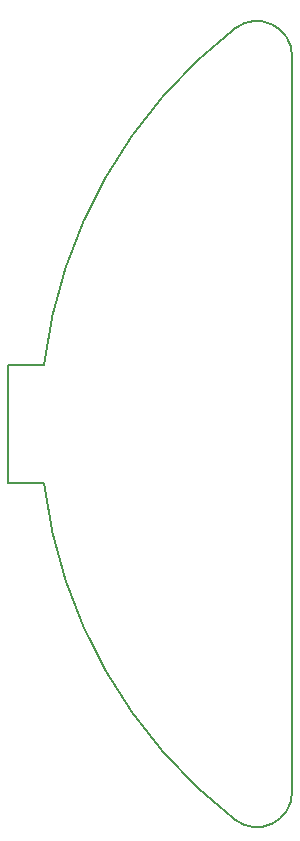
<source format=gbr>
%TF.GenerationSoftware,KiCad,Pcbnew,8.0.5*%
%TF.CreationDate,2025-01-30T00:47:00+01:00*%
%TF.ProjectId,LAMP_OUTDOOR_BATTERY,4c414d50-5f4f-4555-9444-4f4f525f4241,rev?*%
%TF.SameCoordinates,Original*%
%TF.FileFunction,Profile,NP*%
%FSLAX46Y46*%
G04 Gerber Fmt 4.6, Leading zero omitted, Abs format (unit mm)*
G04 Created by KiCad (PCBNEW 8.0.5) date 2025-01-30 00:47:00*
%MOMM*%
%LPD*%
G01*
G04 APERTURE LIST*
%TA.AperFunction,Profile*%
%ADD10C,0.200000*%
%TD*%
G04 APERTURE END LIST*
D10*
X136735000Y-86920000D02*
X136735000Y-96920000D01*
X155932831Y-125426205D02*
G75*
G02*
X139754764Y-96919999I25835469J33506205D01*
G01*
X136735000Y-96920000D02*
X139754756Y-96920000D01*
X160764699Y-123050440D02*
X160764699Y-60789559D01*
X139754757Y-86920000D02*
X136735000Y-86920000D01*
X155932831Y-58413795D02*
G75*
G02*
X160764732Y-60789559I1831869J-2375805D01*
G01*
X160764699Y-123050440D02*
G75*
G02*
X155932851Y-125426179I-2999999J40D01*
G01*
X139754757Y-86920000D02*
G75*
G02*
X155932827Y-58413790I42013543J-5000000D01*
G01*
M02*

</source>
